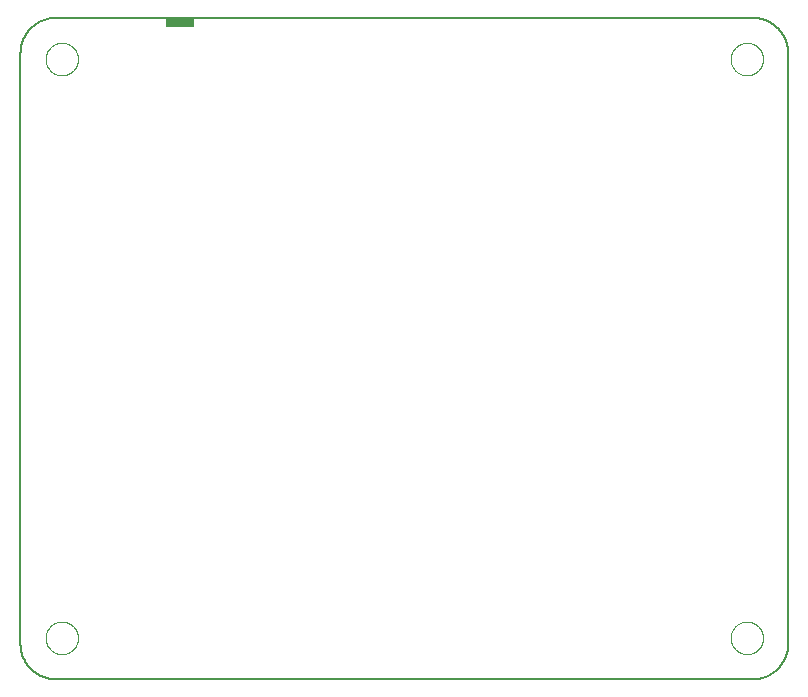
<source format=gtp>
G04 EAGLE Gerber RS-274X export*
G75*
%MOMM*%
%FSLAX34Y34*%
%LPD*%
%INSolder paste top*%
%IPPOS*%
%AMOC8*
5,1,8,0,0,1.08239X$1,22.5*%
G01*
%ADD10C,0.000000*%
%ADD11C,0.203200*%

G36*
X146005Y551954D02*
X146005Y551954D01*
X146008Y551951D01*
X146317Y552000D01*
X146325Y552008D01*
X146331Y552005D01*
X146610Y552147D01*
X146615Y552157D01*
X146623Y552156D01*
X146844Y552377D01*
X146845Y552389D01*
X146853Y552390D01*
X146995Y552669D01*
X146994Y552673D01*
X146998Y552676D01*
X146995Y552680D01*
X147000Y552683D01*
X147049Y552992D01*
X147046Y552997D01*
X147049Y553000D01*
X147049Y560000D01*
X147013Y560047D01*
X147006Y560042D01*
X147000Y560049D01*
X123000Y560049D01*
X122953Y560013D01*
X122958Y560006D01*
X122951Y560000D01*
X122951Y553000D01*
X122954Y552995D01*
X122951Y552992D01*
X123000Y552683D01*
X123008Y552675D01*
X123005Y552669D01*
X123147Y552390D01*
X123157Y552385D01*
X123156Y552377D01*
X123377Y552156D01*
X123389Y552155D01*
X123390Y552147D01*
X123669Y552005D01*
X123680Y552007D01*
X123683Y552000D01*
X123992Y551951D01*
X123997Y551954D01*
X124000Y551951D01*
X146000Y551951D01*
X146005Y551954D01*
G37*
D10*
X21250Y525000D02*
X21254Y525337D01*
X21267Y525675D01*
X21287Y526012D01*
X21316Y526348D01*
X21353Y526683D01*
X21399Y527018D01*
X21452Y527351D01*
X21514Y527682D01*
X21584Y528013D01*
X21662Y528341D01*
X21748Y528667D01*
X21842Y528991D01*
X21944Y529313D01*
X22054Y529632D01*
X22171Y529949D01*
X22297Y530262D01*
X22430Y530572D01*
X22570Y530879D01*
X22718Y531182D01*
X22874Y531482D01*
X23036Y531777D01*
X23206Y532069D01*
X23383Y532356D01*
X23567Y532639D01*
X23758Y532917D01*
X23956Y533191D01*
X24160Y533459D01*
X24371Y533723D01*
X24588Y533981D01*
X24812Y534234D01*
X25042Y534481D01*
X25277Y534723D01*
X25519Y534958D01*
X25766Y535188D01*
X26019Y535412D01*
X26277Y535629D01*
X26541Y535840D01*
X26809Y536044D01*
X27083Y536242D01*
X27361Y536433D01*
X27644Y536617D01*
X27931Y536794D01*
X28223Y536964D01*
X28518Y537126D01*
X28818Y537282D01*
X29121Y537430D01*
X29428Y537570D01*
X29738Y537703D01*
X30051Y537829D01*
X30368Y537946D01*
X30687Y538056D01*
X31009Y538158D01*
X31333Y538252D01*
X31659Y538338D01*
X31987Y538416D01*
X32318Y538486D01*
X32649Y538548D01*
X32982Y538601D01*
X33317Y538647D01*
X33652Y538684D01*
X33988Y538713D01*
X34325Y538733D01*
X34663Y538746D01*
X35000Y538750D01*
X35337Y538746D01*
X35675Y538733D01*
X36012Y538713D01*
X36348Y538684D01*
X36683Y538647D01*
X37018Y538601D01*
X37351Y538548D01*
X37682Y538486D01*
X38013Y538416D01*
X38341Y538338D01*
X38667Y538252D01*
X38991Y538158D01*
X39313Y538056D01*
X39632Y537946D01*
X39949Y537829D01*
X40262Y537703D01*
X40572Y537570D01*
X40879Y537430D01*
X41182Y537282D01*
X41482Y537126D01*
X41777Y536964D01*
X42069Y536794D01*
X42356Y536617D01*
X42639Y536433D01*
X42917Y536242D01*
X43191Y536044D01*
X43459Y535840D01*
X43723Y535629D01*
X43981Y535412D01*
X44234Y535188D01*
X44481Y534958D01*
X44723Y534723D01*
X44958Y534481D01*
X45188Y534234D01*
X45412Y533981D01*
X45629Y533723D01*
X45840Y533459D01*
X46044Y533191D01*
X46242Y532917D01*
X46433Y532639D01*
X46617Y532356D01*
X46794Y532069D01*
X46964Y531777D01*
X47126Y531482D01*
X47282Y531182D01*
X47430Y530879D01*
X47570Y530572D01*
X47703Y530262D01*
X47829Y529949D01*
X47946Y529632D01*
X48056Y529313D01*
X48158Y528991D01*
X48252Y528667D01*
X48338Y528341D01*
X48416Y528013D01*
X48486Y527682D01*
X48548Y527351D01*
X48601Y527018D01*
X48647Y526683D01*
X48684Y526348D01*
X48713Y526012D01*
X48733Y525675D01*
X48746Y525337D01*
X48750Y525000D01*
X48746Y524663D01*
X48733Y524325D01*
X48713Y523988D01*
X48684Y523652D01*
X48647Y523317D01*
X48601Y522982D01*
X48548Y522649D01*
X48486Y522318D01*
X48416Y521987D01*
X48338Y521659D01*
X48252Y521333D01*
X48158Y521009D01*
X48056Y520687D01*
X47946Y520368D01*
X47829Y520051D01*
X47703Y519738D01*
X47570Y519428D01*
X47430Y519121D01*
X47282Y518818D01*
X47126Y518518D01*
X46964Y518223D01*
X46794Y517931D01*
X46617Y517644D01*
X46433Y517361D01*
X46242Y517083D01*
X46044Y516809D01*
X45840Y516541D01*
X45629Y516277D01*
X45412Y516019D01*
X45188Y515766D01*
X44958Y515519D01*
X44723Y515277D01*
X44481Y515042D01*
X44234Y514812D01*
X43981Y514588D01*
X43723Y514371D01*
X43459Y514160D01*
X43191Y513956D01*
X42917Y513758D01*
X42639Y513567D01*
X42356Y513383D01*
X42069Y513206D01*
X41777Y513036D01*
X41482Y512874D01*
X41182Y512718D01*
X40879Y512570D01*
X40572Y512430D01*
X40262Y512297D01*
X39949Y512171D01*
X39632Y512054D01*
X39313Y511944D01*
X38991Y511842D01*
X38667Y511748D01*
X38341Y511662D01*
X38013Y511584D01*
X37682Y511514D01*
X37351Y511452D01*
X37018Y511399D01*
X36683Y511353D01*
X36348Y511316D01*
X36012Y511287D01*
X35675Y511267D01*
X35337Y511254D01*
X35000Y511250D01*
X34663Y511254D01*
X34325Y511267D01*
X33988Y511287D01*
X33652Y511316D01*
X33317Y511353D01*
X32982Y511399D01*
X32649Y511452D01*
X32318Y511514D01*
X31987Y511584D01*
X31659Y511662D01*
X31333Y511748D01*
X31009Y511842D01*
X30687Y511944D01*
X30368Y512054D01*
X30051Y512171D01*
X29738Y512297D01*
X29428Y512430D01*
X29121Y512570D01*
X28818Y512718D01*
X28518Y512874D01*
X28223Y513036D01*
X27931Y513206D01*
X27644Y513383D01*
X27361Y513567D01*
X27083Y513758D01*
X26809Y513956D01*
X26541Y514160D01*
X26277Y514371D01*
X26019Y514588D01*
X25766Y514812D01*
X25519Y515042D01*
X25277Y515277D01*
X25042Y515519D01*
X24812Y515766D01*
X24588Y516019D01*
X24371Y516277D01*
X24160Y516541D01*
X23956Y516809D01*
X23758Y517083D01*
X23567Y517361D01*
X23383Y517644D01*
X23206Y517931D01*
X23036Y518223D01*
X22874Y518518D01*
X22718Y518818D01*
X22570Y519121D01*
X22430Y519428D01*
X22297Y519738D01*
X22171Y520051D01*
X22054Y520368D01*
X21944Y520687D01*
X21842Y521009D01*
X21748Y521333D01*
X21662Y521659D01*
X21584Y521987D01*
X21514Y522318D01*
X21452Y522649D01*
X21399Y522982D01*
X21353Y523317D01*
X21316Y523652D01*
X21287Y523988D01*
X21267Y524325D01*
X21254Y524663D01*
X21250Y525000D01*
X601250Y525000D02*
X601254Y525337D01*
X601267Y525675D01*
X601287Y526012D01*
X601316Y526348D01*
X601353Y526683D01*
X601399Y527018D01*
X601452Y527351D01*
X601514Y527682D01*
X601584Y528013D01*
X601662Y528341D01*
X601748Y528667D01*
X601842Y528991D01*
X601944Y529313D01*
X602054Y529632D01*
X602171Y529949D01*
X602297Y530262D01*
X602430Y530572D01*
X602570Y530879D01*
X602718Y531182D01*
X602874Y531482D01*
X603036Y531777D01*
X603206Y532069D01*
X603383Y532356D01*
X603567Y532639D01*
X603758Y532917D01*
X603956Y533191D01*
X604160Y533459D01*
X604371Y533723D01*
X604588Y533981D01*
X604812Y534234D01*
X605042Y534481D01*
X605277Y534723D01*
X605519Y534958D01*
X605766Y535188D01*
X606019Y535412D01*
X606277Y535629D01*
X606541Y535840D01*
X606809Y536044D01*
X607083Y536242D01*
X607361Y536433D01*
X607644Y536617D01*
X607931Y536794D01*
X608223Y536964D01*
X608518Y537126D01*
X608818Y537282D01*
X609121Y537430D01*
X609428Y537570D01*
X609738Y537703D01*
X610051Y537829D01*
X610368Y537946D01*
X610687Y538056D01*
X611009Y538158D01*
X611333Y538252D01*
X611659Y538338D01*
X611987Y538416D01*
X612318Y538486D01*
X612649Y538548D01*
X612982Y538601D01*
X613317Y538647D01*
X613652Y538684D01*
X613988Y538713D01*
X614325Y538733D01*
X614663Y538746D01*
X615000Y538750D01*
X615337Y538746D01*
X615675Y538733D01*
X616012Y538713D01*
X616348Y538684D01*
X616683Y538647D01*
X617018Y538601D01*
X617351Y538548D01*
X617682Y538486D01*
X618013Y538416D01*
X618341Y538338D01*
X618667Y538252D01*
X618991Y538158D01*
X619313Y538056D01*
X619632Y537946D01*
X619949Y537829D01*
X620262Y537703D01*
X620572Y537570D01*
X620879Y537430D01*
X621182Y537282D01*
X621482Y537126D01*
X621777Y536964D01*
X622069Y536794D01*
X622356Y536617D01*
X622639Y536433D01*
X622917Y536242D01*
X623191Y536044D01*
X623459Y535840D01*
X623723Y535629D01*
X623981Y535412D01*
X624234Y535188D01*
X624481Y534958D01*
X624723Y534723D01*
X624958Y534481D01*
X625188Y534234D01*
X625412Y533981D01*
X625629Y533723D01*
X625840Y533459D01*
X626044Y533191D01*
X626242Y532917D01*
X626433Y532639D01*
X626617Y532356D01*
X626794Y532069D01*
X626964Y531777D01*
X627126Y531482D01*
X627282Y531182D01*
X627430Y530879D01*
X627570Y530572D01*
X627703Y530262D01*
X627829Y529949D01*
X627946Y529632D01*
X628056Y529313D01*
X628158Y528991D01*
X628252Y528667D01*
X628338Y528341D01*
X628416Y528013D01*
X628486Y527682D01*
X628548Y527351D01*
X628601Y527018D01*
X628647Y526683D01*
X628684Y526348D01*
X628713Y526012D01*
X628733Y525675D01*
X628746Y525337D01*
X628750Y525000D01*
X628746Y524663D01*
X628733Y524325D01*
X628713Y523988D01*
X628684Y523652D01*
X628647Y523317D01*
X628601Y522982D01*
X628548Y522649D01*
X628486Y522318D01*
X628416Y521987D01*
X628338Y521659D01*
X628252Y521333D01*
X628158Y521009D01*
X628056Y520687D01*
X627946Y520368D01*
X627829Y520051D01*
X627703Y519738D01*
X627570Y519428D01*
X627430Y519121D01*
X627282Y518818D01*
X627126Y518518D01*
X626964Y518223D01*
X626794Y517931D01*
X626617Y517644D01*
X626433Y517361D01*
X626242Y517083D01*
X626044Y516809D01*
X625840Y516541D01*
X625629Y516277D01*
X625412Y516019D01*
X625188Y515766D01*
X624958Y515519D01*
X624723Y515277D01*
X624481Y515042D01*
X624234Y514812D01*
X623981Y514588D01*
X623723Y514371D01*
X623459Y514160D01*
X623191Y513956D01*
X622917Y513758D01*
X622639Y513567D01*
X622356Y513383D01*
X622069Y513206D01*
X621777Y513036D01*
X621482Y512874D01*
X621182Y512718D01*
X620879Y512570D01*
X620572Y512430D01*
X620262Y512297D01*
X619949Y512171D01*
X619632Y512054D01*
X619313Y511944D01*
X618991Y511842D01*
X618667Y511748D01*
X618341Y511662D01*
X618013Y511584D01*
X617682Y511514D01*
X617351Y511452D01*
X617018Y511399D01*
X616683Y511353D01*
X616348Y511316D01*
X616012Y511287D01*
X615675Y511267D01*
X615337Y511254D01*
X615000Y511250D01*
X614663Y511254D01*
X614325Y511267D01*
X613988Y511287D01*
X613652Y511316D01*
X613317Y511353D01*
X612982Y511399D01*
X612649Y511452D01*
X612318Y511514D01*
X611987Y511584D01*
X611659Y511662D01*
X611333Y511748D01*
X611009Y511842D01*
X610687Y511944D01*
X610368Y512054D01*
X610051Y512171D01*
X609738Y512297D01*
X609428Y512430D01*
X609121Y512570D01*
X608818Y512718D01*
X608518Y512874D01*
X608223Y513036D01*
X607931Y513206D01*
X607644Y513383D01*
X607361Y513567D01*
X607083Y513758D01*
X606809Y513956D01*
X606541Y514160D01*
X606277Y514371D01*
X606019Y514588D01*
X605766Y514812D01*
X605519Y515042D01*
X605277Y515277D01*
X605042Y515519D01*
X604812Y515766D01*
X604588Y516019D01*
X604371Y516277D01*
X604160Y516541D01*
X603956Y516809D01*
X603758Y517083D01*
X603567Y517361D01*
X603383Y517644D01*
X603206Y517931D01*
X603036Y518223D01*
X602874Y518518D01*
X602718Y518818D01*
X602570Y519121D01*
X602430Y519428D01*
X602297Y519738D01*
X602171Y520051D01*
X602054Y520368D01*
X601944Y520687D01*
X601842Y521009D01*
X601748Y521333D01*
X601662Y521659D01*
X601584Y521987D01*
X601514Y522318D01*
X601452Y522649D01*
X601399Y522982D01*
X601353Y523317D01*
X601316Y523652D01*
X601287Y523988D01*
X601267Y524325D01*
X601254Y524663D01*
X601250Y525000D01*
X21250Y35000D02*
X21254Y35337D01*
X21267Y35675D01*
X21287Y36012D01*
X21316Y36348D01*
X21353Y36683D01*
X21399Y37018D01*
X21452Y37351D01*
X21514Y37682D01*
X21584Y38013D01*
X21662Y38341D01*
X21748Y38667D01*
X21842Y38991D01*
X21944Y39313D01*
X22054Y39632D01*
X22171Y39949D01*
X22297Y40262D01*
X22430Y40572D01*
X22570Y40879D01*
X22718Y41182D01*
X22874Y41482D01*
X23036Y41777D01*
X23206Y42069D01*
X23383Y42356D01*
X23567Y42639D01*
X23758Y42917D01*
X23956Y43191D01*
X24160Y43459D01*
X24371Y43723D01*
X24588Y43981D01*
X24812Y44234D01*
X25042Y44481D01*
X25277Y44723D01*
X25519Y44958D01*
X25766Y45188D01*
X26019Y45412D01*
X26277Y45629D01*
X26541Y45840D01*
X26809Y46044D01*
X27083Y46242D01*
X27361Y46433D01*
X27644Y46617D01*
X27931Y46794D01*
X28223Y46964D01*
X28518Y47126D01*
X28818Y47282D01*
X29121Y47430D01*
X29428Y47570D01*
X29738Y47703D01*
X30051Y47829D01*
X30368Y47946D01*
X30687Y48056D01*
X31009Y48158D01*
X31333Y48252D01*
X31659Y48338D01*
X31987Y48416D01*
X32318Y48486D01*
X32649Y48548D01*
X32982Y48601D01*
X33317Y48647D01*
X33652Y48684D01*
X33988Y48713D01*
X34325Y48733D01*
X34663Y48746D01*
X35000Y48750D01*
X35337Y48746D01*
X35675Y48733D01*
X36012Y48713D01*
X36348Y48684D01*
X36683Y48647D01*
X37018Y48601D01*
X37351Y48548D01*
X37682Y48486D01*
X38013Y48416D01*
X38341Y48338D01*
X38667Y48252D01*
X38991Y48158D01*
X39313Y48056D01*
X39632Y47946D01*
X39949Y47829D01*
X40262Y47703D01*
X40572Y47570D01*
X40879Y47430D01*
X41182Y47282D01*
X41482Y47126D01*
X41777Y46964D01*
X42069Y46794D01*
X42356Y46617D01*
X42639Y46433D01*
X42917Y46242D01*
X43191Y46044D01*
X43459Y45840D01*
X43723Y45629D01*
X43981Y45412D01*
X44234Y45188D01*
X44481Y44958D01*
X44723Y44723D01*
X44958Y44481D01*
X45188Y44234D01*
X45412Y43981D01*
X45629Y43723D01*
X45840Y43459D01*
X46044Y43191D01*
X46242Y42917D01*
X46433Y42639D01*
X46617Y42356D01*
X46794Y42069D01*
X46964Y41777D01*
X47126Y41482D01*
X47282Y41182D01*
X47430Y40879D01*
X47570Y40572D01*
X47703Y40262D01*
X47829Y39949D01*
X47946Y39632D01*
X48056Y39313D01*
X48158Y38991D01*
X48252Y38667D01*
X48338Y38341D01*
X48416Y38013D01*
X48486Y37682D01*
X48548Y37351D01*
X48601Y37018D01*
X48647Y36683D01*
X48684Y36348D01*
X48713Y36012D01*
X48733Y35675D01*
X48746Y35337D01*
X48750Y35000D01*
X48746Y34663D01*
X48733Y34325D01*
X48713Y33988D01*
X48684Y33652D01*
X48647Y33317D01*
X48601Y32982D01*
X48548Y32649D01*
X48486Y32318D01*
X48416Y31987D01*
X48338Y31659D01*
X48252Y31333D01*
X48158Y31009D01*
X48056Y30687D01*
X47946Y30368D01*
X47829Y30051D01*
X47703Y29738D01*
X47570Y29428D01*
X47430Y29121D01*
X47282Y28818D01*
X47126Y28518D01*
X46964Y28223D01*
X46794Y27931D01*
X46617Y27644D01*
X46433Y27361D01*
X46242Y27083D01*
X46044Y26809D01*
X45840Y26541D01*
X45629Y26277D01*
X45412Y26019D01*
X45188Y25766D01*
X44958Y25519D01*
X44723Y25277D01*
X44481Y25042D01*
X44234Y24812D01*
X43981Y24588D01*
X43723Y24371D01*
X43459Y24160D01*
X43191Y23956D01*
X42917Y23758D01*
X42639Y23567D01*
X42356Y23383D01*
X42069Y23206D01*
X41777Y23036D01*
X41482Y22874D01*
X41182Y22718D01*
X40879Y22570D01*
X40572Y22430D01*
X40262Y22297D01*
X39949Y22171D01*
X39632Y22054D01*
X39313Y21944D01*
X38991Y21842D01*
X38667Y21748D01*
X38341Y21662D01*
X38013Y21584D01*
X37682Y21514D01*
X37351Y21452D01*
X37018Y21399D01*
X36683Y21353D01*
X36348Y21316D01*
X36012Y21287D01*
X35675Y21267D01*
X35337Y21254D01*
X35000Y21250D01*
X34663Y21254D01*
X34325Y21267D01*
X33988Y21287D01*
X33652Y21316D01*
X33317Y21353D01*
X32982Y21399D01*
X32649Y21452D01*
X32318Y21514D01*
X31987Y21584D01*
X31659Y21662D01*
X31333Y21748D01*
X31009Y21842D01*
X30687Y21944D01*
X30368Y22054D01*
X30051Y22171D01*
X29738Y22297D01*
X29428Y22430D01*
X29121Y22570D01*
X28818Y22718D01*
X28518Y22874D01*
X28223Y23036D01*
X27931Y23206D01*
X27644Y23383D01*
X27361Y23567D01*
X27083Y23758D01*
X26809Y23956D01*
X26541Y24160D01*
X26277Y24371D01*
X26019Y24588D01*
X25766Y24812D01*
X25519Y25042D01*
X25277Y25277D01*
X25042Y25519D01*
X24812Y25766D01*
X24588Y26019D01*
X24371Y26277D01*
X24160Y26541D01*
X23956Y26809D01*
X23758Y27083D01*
X23567Y27361D01*
X23383Y27644D01*
X23206Y27931D01*
X23036Y28223D01*
X22874Y28518D01*
X22718Y28818D01*
X22570Y29121D01*
X22430Y29428D01*
X22297Y29738D01*
X22171Y30051D01*
X22054Y30368D01*
X21944Y30687D01*
X21842Y31009D01*
X21748Y31333D01*
X21662Y31659D01*
X21584Y31987D01*
X21514Y32318D01*
X21452Y32649D01*
X21399Y32982D01*
X21353Y33317D01*
X21316Y33652D01*
X21287Y33988D01*
X21267Y34325D01*
X21254Y34663D01*
X21250Y35000D01*
X601250Y35000D02*
X601254Y35337D01*
X601267Y35675D01*
X601287Y36012D01*
X601316Y36348D01*
X601353Y36683D01*
X601399Y37018D01*
X601452Y37351D01*
X601514Y37682D01*
X601584Y38013D01*
X601662Y38341D01*
X601748Y38667D01*
X601842Y38991D01*
X601944Y39313D01*
X602054Y39632D01*
X602171Y39949D01*
X602297Y40262D01*
X602430Y40572D01*
X602570Y40879D01*
X602718Y41182D01*
X602874Y41482D01*
X603036Y41777D01*
X603206Y42069D01*
X603383Y42356D01*
X603567Y42639D01*
X603758Y42917D01*
X603956Y43191D01*
X604160Y43459D01*
X604371Y43723D01*
X604588Y43981D01*
X604812Y44234D01*
X605042Y44481D01*
X605277Y44723D01*
X605519Y44958D01*
X605766Y45188D01*
X606019Y45412D01*
X606277Y45629D01*
X606541Y45840D01*
X606809Y46044D01*
X607083Y46242D01*
X607361Y46433D01*
X607644Y46617D01*
X607931Y46794D01*
X608223Y46964D01*
X608518Y47126D01*
X608818Y47282D01*
X609121Y47430D01*
X609428Y47570D01*
X609738Y47703D01*
X610051Y47829D01*
X610368Y47946D01*
X610687Y48056D01*
X611009Y48158D01*
X611333Y48252D01*
X611659Y48338D01*
X611987Y48416D01*
X612318Y48486D01*
X612649Y48548D01*
X612982Y48601D01*
X613317Y48647D01*
X613652Y48684D01*
X613988Y48713D01*
X614325Y48733D01*
X614663Y48746D01*
X615000Y48750D01*
X615337Y48746D01*
X615675Y48733D01*
X616012Y48713D01*
X616348Y48684D01*
X616683Y48647D01*
X617018Y48601D01*
X617351Y48548D01*
X617682Y48486D01*
X618013Y48416D01*
X618341Y48338D01*
X618667Y48252D01*
X618991Y48158D01*
X619313Y48056D01*
X619632Y47946D01*
X619949Y47829D01*
X620262Y47703D01*
X620572Y47570D01*
X620879Y47430D01*
X621182Y47282D01*
X621482Y47126D01*
X621777Y46964D01*
X622069Y46794D01*
X622356Y46617D01*
X622639Y46433D01*
X622917Y46242D01*
X623191Y46044D01*
X623459Y45840D01*
X623723Y45629D01*
X623981Y45412D01*
X624234Y45188D01*
X624481Y44958D01*
X624723Y44723D01*
X624958Y44481D01*
X625188Y44234D01*
X625412Y43981D01*
X625629Y43723D01*
X625840Y43459D01*
X626044Y43191D01*
X626242Y42917D01*
X626433Y42639D01*
X626617Y42356D01*
X626794Y42069D01*
X626964Y41777D01*
X627126Y41482D01*
X627282Y41182D01*
X627430Y40879D01*
X627570Y40572D01*
X627703Y40262D01*
X627829Y39949D01*
X627946Y39632D01*
X628056Y39313D01*
X628158Y38991D01*
X628252Y38667D01*
X628338Y38341D01*
X628416Y38013D01*
X628486Y37682D01*
X628548Y37351D01*
X628601Y37018D01*
X628647Y36683D01*
X628684Y36348D01*
X628713Y36012D01*
X628733Y35675D01*
X628746Y35337D01*
X628750Y35000D01*
X628746Y34663D01*
X628733Y34325D01*
X628713Y33988D01*
X628684Y33652D01*
X628647Y33317D01*
X628601Y32982D01*
X628548Y32649D01*
X628486Y32318D01*
X628416Y31987D01*
X628338Y31659D01*
X628252Y31333D01*
X628158Y31009D01*
X628056Y30687D01*
X627946Y30368D01*
X627829Y30051D01*
X627703Y29738D01*
X627570Y29428D01*
X627430Y29121D01*
X627282Y28818D01*
X627126Y28518D01*
X626964Y28223D01*
X626794Y27931D01*
X626617Y27644D01*
X626433Y27361D01*
X626242Y27083D01*
X626044Y26809D01*
X625840Y26541D01*
X625629Y26277D01*
X625412Y26019D01*
X625188Y25766D01*
X624958Y25519D01*
X624723Y25277D01*
X624481Y25042D01*
X624234Y24812D01*
X623981Y24588D01*
X623723Y24371D01*
X623459Y24160D01*
X623191Y23956D01*
X622917Y23758D01*
X622639Y23567D01*
X622356Y23383D01*
X622069Y23206D01*
X621777Y23036D01*
X621482Y22874D01*
X621182Y22718D01*
X620879Y22570D01*
X620572Y22430D01*
X620262Y22297D01*
X619949Y22171D01*
X619632Y22054D01*
X619313Y21944D01*
X618991Y21842D01*
X618667Y21748D01*
X618341Y21662D01*
X618013Y21584D01*
X617682Y21514D01*
X617351Y21452D01*
X617018Y21399D01*
X616683Y21353D01*
X616348Y21316D01*
X616012Y21287D01*
X615675Y21267D01*
X615337Y21254D01*
X615000Y21250D01*
X614663Y21254D01*
X614325Y21267D01*
X613988Y21287D01*
X613652Y21316D01*
X613317Y21353D01*
X612982Y21399D01*
X612649Y21452D01*
X612318Y21514D01*
X611987Y21584D01*
X611659Y21662D01*
X611333Y21748D01*
X611009Y21842D01*
X610687Y21944D01*
X610368Y22054D01*
X610051Y22171D01*
X609738Y22297D01*
X609428Y22430D01*
X609121Y22570D01*
X608818Y22718D01*
X608518Y22874D01*
X608223Y23036D01*
X607931Y23206D01*
X607644Y23383D01*
X607361Y23567D01*
X607083Y23758D01*
X606809Y23956D01*
X606541Y24160D01*
X606277Y24371D01*
X606019Y24588D01*
X605766Y24812D01*
X605519Y25042D01*
X605277Y25277D01*
X605042Y25519D01*
X604812Y25766D01*
X604588Y26019D01*
X604371Y26277D01*
X604160Y26541D01*
X603956Y26809D01*
X603758Y27083D01*
X603567Y27361D01*
X603383Y27644D01*
X603206Y27931D01*
X603036Y28223D01*
X602874Y28518D01*
X602718Y28818D01*
X602570Y29121D01*
X602430Y29428D01*
X602297Y29738D01*
X602171Y30051D01*
X602054Y30368D01*
X601944Y30687D01*
X601842Y31009D01*
X601748Y31333D01*
X601662Y31659D01*
X601584Y31987D01*
X601514Y32318D01*
X601452Y32649D01*
X601399Y32982D01*
X601353Y33317D01*
X601316Y33652D01*
X601287Y33988D01*
X601267Y34325D01*
X601254Y34663D01*
X601250Y35000D01*
D11*
X620000Y0D02*
X30000Y0D01*
X620000Y0D02*
X620725Y9D01*
X621449Y35D01*
X622173Y79D01*
X622895Y140D01*
X623616Y219D01*
X624335Y315D01*
X625051Y428D01*
X625764Y559D01*
X626474Y707D01*
X627179Y872D01*
X627881Y1054D01*
X628578Y1253D01*
X629271Y1468D01*
X629957Y1701D01*
X630638Y1950D01*
X631313Y2215D01*
X631981Y2496D01*
X632642Y2794D01*
X633296Y3107D01*
X633942Y3436D01*
X634580Y3781D01*
X635209Y4141D01*
X635829Y4516D01*
X636440Y4906D01*
X637042Y5310D01*
X637634Y5729D01*
X638215Y6163D01*
X638786Y6610D01*
X639345Y7071D01*
X639894Y7545D01*
X640430Y8032D01*
X640955Y8532D01*
X641468Y9045D01*
X641968Y9570D01*
X642455Y10106D01*
X642929Y10655D01*
X643390Y11214D01*
X643837Y11785D01*
X644271Y12366D01*
X644690Y12958D01*
X645094Y13560D01*
X645484Y14171D01*
X645859Y14791D01*
X646219Y15420D01*
X646564Y16058D01*
X646893Y16704D01*
X647206Y17358D01*
X647504Y18019D01*
X647785Y18687D01*
X648050Y19362D01*
X648299Y20043D01*
X648532Y20729D01*
X648747Y21422D01*
X648946Y22119D01*
X649128Y22821D01*
X649293Y23526D01*
X649441Y24236D01*
X649572Y24949D01*
X649685Y25665D01*
X649781Y26384D01*
X649860Y27105D01*
X649921Y27827D01*
X649965Y28551D01*
X649991Y29275D01*
X650000Y30000D01*
X650000Y530000D01*
X649991Y530725D01*
X649965Y531449D01*
X649921Y532173D01*
X649860Y532895D01*
X649781Y533616D01*
X649685Y534335D01*
X649572Y535051D01*
X649441Y535764D01*
X649293Y536474D01*
X649128Y537179D01*
X648946Y537881D01*
X648747Y538578D01*
X648532Y539271D01*
X648299Y539957D01*
X648050Y540638D01*
X647785Y541313D01*
X647504Y541981D01*
X647206Y542642D01*
X646893Y543296D01*
X646564Y543942D01*
X646219Y544580D01*
X645859Y545209D01*
X645484Y545829D01*
X645094Y546440D01*
X644690Y547042D01*
X644271Y547634D01*
X643837Y548215D01*
X643390Y548786D01*
X642929Y549345D01*
X642455Y549894D01*
X641968Y550430D01*
X641468Y550955D01*
X640955Y551468D01*
X640430Y551968D01*
X639894Y552455D01*
X639345Y552929D01*
X638786Y553390D01*
X638215Y553837D01*
X637634Y554271D01*
X637042Y554690D01*
X636440Y555094D01*
X635829Y555484D01*
X635209Y555859D01*
X634580Y556219D01*
X633942Y556564D01*
X633296Y556893D01*
X632642Y557206D01*
X631981Y557504D01*
X631313Y557785D01*
X630638Y558050D01*
X629957Y558299D01*
X629271Y558532D01*
X628578Y558747D01*
X627881Y558946D01*
X627179Y559128D01*
X626474Y559293D01*
X625764Y559441D01*
X625051Y559572D01*
X624335Y559685D01*
X623616Y559781D01*
X622895Y559860D01*
X622173Y559921D01*
X621449Y559965D01*
X620725Y559991D01*
X620000Y560000D01*
X30000Y560000D01*
X29275Y559991D01*
X28551Y559965D01*
X27827Y559921D01*
X27105Y559860D01*
X26384Y559781D01*
X25665Y559685D01*
X24949Y559572D01*
X24236Y559441D01*
X23526Y559293D01*
X22821Y559128D01*
X22119Y558946D01*
X21422Y558747D01*
X20729Y558532D01*
X20043Y558299D01*
X19362Y558050D01*
X18687Y557785D01*
X18019Y557504D01*
X17358Y557206D01*
X16704Y556893D01*
X16058Y556564D01*
X15420Y556219D01*
X14791Y555859D01*
X14171Y555484D01*
X13560Y555094D01*
X12958Y554690D01*
X12366Y554271D01*
X11785Y553837D01*
X11214Y553390D01*
X10655Y552929D01*
X10106Y552455D01*
X9570Y551968D01*
X9045Y551468D01*
X8532Y550955D01*
X8032Y550430D01*
X7545Y549894D01*
X7071Y549345D01*
X6610Y548786D01*
X6163Y548215D01*
X5729Y547634D01*
X5310Y547042D01*
X4906Y546440D01*
X4516Y545829D01*
X4141Y545209D01*
X3781Y544580D01*
X3436Y543942D01*
X3107Y543296D01*
X2794Y542642D01*
X2496Y541981D01*
X2215Y541313D01*
X1950Y540638D01*
X1701Y539957D01*
X1468Y539271D01*
X1253Y538578D01*
X1054Y537881D01*
X872Y537179D01*
X707Y536474D01*
X559Y535764D01*
X428Y535051D01*
X315Y534335D01*
X219Y533616D01*
X140Y532895D01*
X79Y532173D01*
X35Y531449D01*
X9Y530725D01*
X0Y530000D01*
X0Y30000D01*
X9Y29275D01*
X35Y28551D01*
X79Y27827D01*
X140Y27105D01*
X219Y26384D01*
X315Y25665D01*
X428Y24949D01*
X559Y24236D01*
X707Y23526D01*
X872Y22821D01*
X1054Y22119D01*
X1253Y21422D01*
X1468Y20729D01*
X1701Y20043D01*
X1950Y19362D01*
X2215Y18687D01*
X2496Y18019D01*
X2794Y17358D01*
X3107Y16704D01*
X3436Y16058D01*
X3781Y15420D01*
X4141Y14791D01*
X4516Y14171D01*
X4906Y13560D01*
X5310Y12958D01*
X5729Y12366D01*
X6163Y11785D01*
X6610Y11214D01*
X7071Y10655D01*
X7545Y10106D01*
X8032Y9570D01*
X8532Y9045D01*
X9045Y8532D01*
X9570Y8032D01*
X10106Y7545D01*
X10655Y7071D01*
X11214Y6610D01*
X11785Y6163D01*
X12366Y5729D01*
X12958Y5310D01*
X13560Y4906D01*
X14171Y4516D01*
X14791Y4141D01*
X15420Y3781D01*
X16058Y3436D01*
X16704Y3107D01*
X17358Y2794D01*
X18019Y2496D01*
X18687Y2215D01*
X19362Y1950D01*
X20043Y1701D01*
X20729Y1468D01*
X21422Y1253D01*
X22119Y1054D01*
X22821Y872D01*
X23526Y707D01*
X24236Y559D01*
X24949Y428D01*
X25665Y315D01*
X26384Y219D01*
X27105Y140D01*
X27827Y79D01*
X28551Y35D01*
X29275Y9D01*
X30000Y0D01*
M02*

</source>
